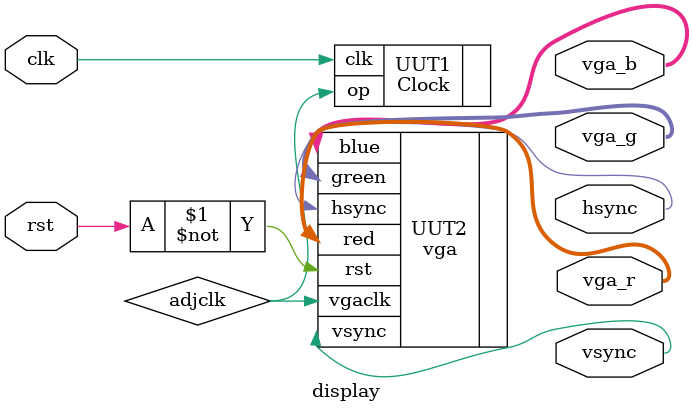
<source format=sv>
module display(clk, vga_r, vga_g, vga_b, hsync, vsync, rst); // top-level module where everything meets
		input clk, rst;
		output hsync, vsync;
		output [3:0] vga_r, vga_g, vga_b;
		wire adjclk;
		
		Clock UUT1(.clk(clk), .op(adjclk));
		// reset button is active low so you must flip it to trigger if button is pressed
		vga UUT2(.vgaclk(adjclk), .rst(~rst), .hsync(hsync), 
			.vsync(vsync),	.red(vga_r), .green(vga_g), .blue(vga_b));
		
		
endmodule
</source>
